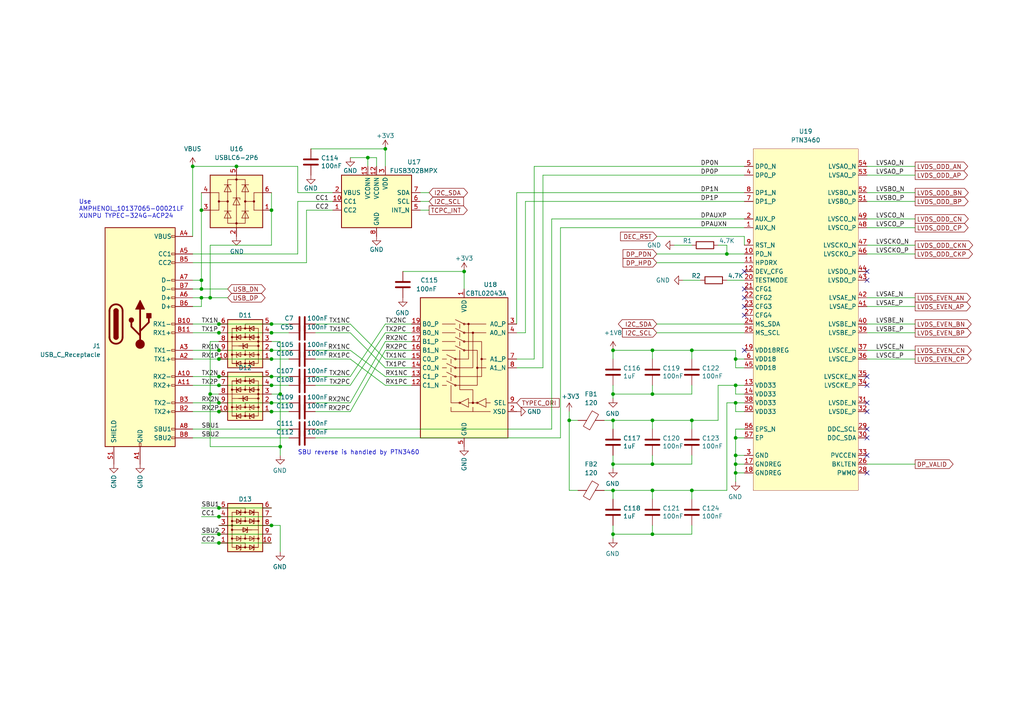
<source format=kicad_sch>
(kicad_sch (version 20231120) (generator "eeschema") (generator_version "8.0")
  (paper "A4")
  (title_block (title "Caster EPDC") (date "2022-07-03") (rev "R0.4") (company "Copyright 2022 Modos / Engineer: Wenting Zhang"))
  (lib_symbols
    (symbol "Analog_Switch:CBTL02043A"
      (property "Reference" "U" (at -12.7 21.59 0))
      (property "Value" "CBTL02043A" (at 6.35 21.59 0))
      (symbol "CBTL02043A_1_1"
        (pin power_in line (at 0 22.86 270) (length 2.54) (name "VDD") (number "1"))
        (pin passive line (at 0 22.86 270) (length 2.54) hide (name "VDD") (number "10"))
        (pin passive line (at 0 -22.86 90) (length 2.54) hide (name "GND") (number "11"))
        (pin passive line (at 15.24 -5.08 180) (length 2.54) (name "C1_N") (number "12"))
        (pin passive line (at 15.24 -2.54 180) (length 2.54) (name "C1_P") (number "13"))
        (pin passive line (at 15.24 0 180) (length 2.54) (name "C0_N") (number "14"))
        (pin passive line (at 15.24 2.54 180) (length 2.54) (name "C0_P") (number "15"))
        (pin passive line (at 15.24 5.08 180) (length 2.54) (name "B1_N") (number "16"))
        (pin passive line (at 15.24 7.62 180) (length 2.54) (name "B1_P") (number "17"))
        (pin passive line (at 15.24 10.16 180) (length 2.54) (name "B0_N") (number "18"))
        (pin passive line (at 15.24 12.7 180) (length 2.54) (name "B0_P") (number "19"))
        (pin input line (at -15.24 -12.7 0) (length 2.54) (name "XSD") (number "2"))
        (pin passive line (at 0 -22.86 90) (length 2.54) hide (name "GND") (number "20"))
        (pin passive line (at 0 -22.86 90) (length 2.54) hide (name "GND") (number "21"))
        (pin passive line (at -15.24 12.7 0) (length 2.54) (name "A0_P") (number "3"))
        (pin passive line (at -15.24 10.16 0) (length 2.54) (name "A0_N") (number "4"))
        (pin power_in line (at 0 -22.86 90) (length 2.54) (name "GND") (number "5"))
        (pin passive line (at 0 22.86 270) (length 2.54) hide (name "VDD") (number "6"))
        (pin passive line (at -15.24 2.54 0) (length 2.54) (name "A1_P") (number "7"))
        (pin passive line (at -15.24 0 0) (length 2.54) (name "A1_N") (number "8"))
        (pin input line (at -15.24 -10.16 0) (length 2.54) (name "SEL") (number "9"))
      )
    )
    (symbol "Connector:USB_C_Receptacle" (pin_names (offset 1.016))
      (property "Reference" "J" (at -10.16 29.21 0))
      (property "Value" "USB_C_Receptacle" (at 10.16 29.21 0))
      (symbol "USB_C_Receptacle_1_1"
        (pin passive line (at 0 -40.64 90) (length 5.08) (name "GND") (number "A1"))
        (pin bidirectional line (at 15.24 -15.24 180) (length 5.08) (name "RX2-") (number "A10"))
        (pin bidirectional line (at 15.24 -17.78 180) (length 5.08) (name "RX2+") (number "A11"))
        (pin passive line (at 0 -40.64 90) (length 5.08) hide (name "GND") (number "A12"))
        (pin bidirectional line (at 15.24 -10.16 180) (length 5.08) (name "TX1+") (number "A2"))
        (pin bidirectional line (at 15.24 -7.62 180) (length 5.08) (name "TX1-") (number "A3"))
        (pin passive line (at 15.24 25.4 180) (length 5.08) (name "VBUS") (number "A4"))
        (pin bidirectional line (at 15.24 20.32 180) (length 5.08) (name "CC1") (number "A5"))
        (pin bidirectional line (at 15.24 7.62 180) (length 5.08) (name "D+") (number "A6"))
        (pin bidirectional line (at 15.24 12.7 180) (length 5.08) (name "D-") (number "A7"))
        (pin bidirectional line (at 15.24 -30.48 180) (length 5.08) (name "SBU1") (number "A8"))
        (pin passive line (at 15.24 25.4 180) (length 5.08) hide (name "VBUS") (number "A9"))
        (pin passive line (at 0 -40.64 90) (length 5.08) hide (name "GND") (number "B1"))
        (pin bidirectional line (at 15.24 0 180) (length 5.08) (name "RX1-") (number "B10"))
        (pin bidirectional line (at 15.24 -2.54 180) (length 5.08) (name "RX1+") (number "B11"))
        (pin passive line (at 0 -40.64 90) (length 5.08) hide (name "GND") (number "B12"))
        (pin bidirectional line (at 15.24 -25.4 180) (length 5.08) (name "TX2+") (number "B2"))
        (pin bidirectional line (at 15.24 -22.86 180) (length 5.08) (name "TX2-") (number "B3"))
        (pin passive line (at 15.24 25.4 180) (length 5.08) hide (name "VBUS") (number "B4"))
        (pin bidirectional line (at 15.24 17.78 180) (length 5.08) (name "CC2") (number "B5"))
        (pin bidirectional line (at 15.24 5.08 180) (length 5.08) (name "D+") (number "B6"))
        (pin bidirectional line (at 15.24 10.16 180) (length 5.08) (name "D-") (number "B7"))
        (pin bidirectional line (at 15.24 -33.02 180) (length 5.08) (name "SBU2") (number "B8"))
        (pin passive line (at 15.24 25.4 180) (length 5.08) hide (name "VBUS") (number "B9"))
        (pin passive line (at -7.62 -40.64 90) (length 5.08) (name "SHIELD") (number "S1"))
      )
    )
    (symbol "Device:C" (pin_numbers hide) (pin_names (offset 0.254))
      (property "Reference" "C" (at 0.635 2.54 0))
      (property "Value" "C" (at 0.635 -2.54 0))
      (symbol "C_1_1"
        (pin passive line (at 0 3.81 270) (length 2.794) (name "~") (number "1"))
        (pin passive line (at 0 -3.81 90) (length 2.794) (name "~") (number "2"))
      )
    )
    (symbol "Device:FerriteBead" (pin_numbers hide) (pin_names (offset 0))
      (property "Reference" "FB" (at -3.81 0.635 90))
      (property "Value" "FerriteBead" (at 3.81 0 90))
      (symbol "FerriteBead_1_1"
        (pin passive line (at 0 3.81 270) (length 2.54) (name "~") (number "1"))
        (pin passive line (at 0 -3.81 90) (length 2.54) (name "~") (number "2"))
      )
    )
    (symbol "Device:R" (pin_numbers hide) (pin_names (offset 0))
      (property "Reference" "R" (at 2.032 0 90))
      (property "Value" "R" (at 0 0 90))
      (symbol "R_1_1"
        (pin passive line (at 0 3.81 270) (length 1.27) (name "~") (number "1"))
        (pin passive line (at 0 -3.81 90) (length 1.27) (name "~") (number "2"))
      )
    )
    (symbol "Interface_USB:FUSB302BMPX"
      (property "Reference" "U" (at -10.16 8.89 0))
      (property "Value" "FUSB302BMPX" (at 3.81 8.89 0))
      (symbol "FUSB302BMPX_1_1"
        (pin bidirectional line (at 12.7 -2.54 180) (length 2.54) (name "CC2") (number "1"))
        (pin bidirectional line (at 12.7 0 180) (length 2.54) (name "CC1") (number "10"))
        (pin bidirectional line (at 12.7 0 180) (length 2.54) hide (name "CC1") (number "11"))
        (pin power_in line (at 0 10.16 270) (length 2.54) (name "VCONN") (number "12"))
        (pin power_in line (at 2.54 10.16 270) (length 2.54) (name "VCONN") (number "13"))
        (pin bidirectional line (at 12.7 -2.54 180) (length 2.54) hide (name "CC2") (number "14"))
        (pin passive line (at 0 -10.16 90) (length 2.54) hide (name "GND") (number "15"))
        (pin input line (at 12.7 2.54 180) (length 2.54) (name "VBUS") (number "2"))
        (pin power_in line (at -2.54 10.16 270) (length 2.54) (name "VDD") (number "3"))
        (pin passive line (at -2.54 10.16 270) (length 2.54) hide (name "VDD") (number "4"))
        (pin open_collector line (at -12.7 -2.54 0) (length 2.54) (name "INT_N") (number "5"))
        (pin input line (at -12.7 0 0) (length 2.54) (name "SCL") (number "6"))
        (pin bidirectional line (at -12.7 2.54 0) (length 2.54) (name "SDA") (number "7"))
        (pin power_in line (at 0 -10.16 90) (length 2.54) (name "GND") (number "8"))
        (pin passive line (at 0 -10.16 90) (length 2.54) hide (name "GND") (number "9"))
      )
    )
    (symbol "Power_Protection:USBLC6-2P6" (pin_names hide)
      (property "Reference" "U" (at 2.54 8.89 0))
      (property "Value" "USBLC6-2P6" (at 2.54 -8.89 0))
      (symbol "USBLC6-2P6_1_1"
        (pin passive line (at -10.16 -2.54 0) (length 2.54) (name "I/O1") (number "1"))
        (pin passive line (at 0 -10.16 90) (length 2.54) (name "GND") (number "2"))
        (pin passive line (at 10.16 -2.54 180) (length 2.54) (name "I/O2") (number "3"))
        (pin passive line (at 10.16 2.54 180) (length 2.54) (name "I/O2") (number "4"))
        (pin passive line (at 0 10.16 270) (length 2.54) (name "VBUS") (number "5"))
        (pin passive line (at -10.16 2.54 0) (length 2.54) (name "I/O1") (number "6"))
      )
    )
    (symbol "power:+1V8" (power) (pin_names (offset 0))
      (property "Value" "+1V8" (at 0 3.556 0))
      (symbol "+1V8_1_1"
        (pin power_in line (at 0 0 90) (length 0) hide (name "+1V8") (number "1"))
      )
    )
    (symbol "power:+3V3" (power) (pin_names (offset 0))
      (property "Value" "+3V3" (at 0 3.556 0))
      (symbol "+3V3_1_1"
        (pin power_in line (at 0 0 90) (length 0) hide (name "+3V3") (number "1"))
      )
    )
    (symbol "power:GND" (power) (pin_names (offset 0))
      (property "Value" "GND" (at 0 -3.81 0))
      (symbol "GND_1_1"
        (pin power_in line (at 0 0 270) (length 0) hide (name "GND") (number "1"))
      )
    )
    (symbol "power:VBUS" (power) (pin_names (offset 0))
      (property "Value" "VBUS" (at 0 3.81 0))
      (symbol "VBUS_1_1"
        (pin power_in line (at 0 0 90) (length 0) hide (name "VBUS") (number "1"))
      )
    )
    (symbol "symbols:PTN3460"
      (property "Reference" "U" (at 0 0 0))
      (property "Value" "PTN3460" (at 0 -2.54 0))
      (symbol "PTN3460_1_1"
        (pin bidirectional line (at -17.78 -27.94 0) (length 2.54) (name "AUX_N") (number "1"))
        (pin input line (at -17.78 -35.56 0) (length 2.54) (name "PD_N") (number "10"))
        (pin input line (at -17.78 -38.1 0) (length 2.54) (name "HPDRX") (number "11"))
        (pin input line (at -17.78 -40.64 0) (length 2.54) (name "DEV_CFG") (number "12"))
        (pin power_in line (at -17.78 -73.66 0) (length 2.54) (name "VDD33") (number "13"))
        (pin power_in line (at -17.78 -76.2 0) (length 2.54) (name "VDD33") (number "14"))
        (pin input line (at 0 -93.98 0) (length 2.54) hide (name "NC") (number "15"))
        (pin input line (at 0 -96.52 0) (length 2.54) hide (name "NC") (number "16"))
        (pin power_in line (at -17.78 -96.52 0) (length 2.54) (name "GNDREG") (number "17"))
        (pin power_in line (at -17.78 -99.06 0) (length 2.54) (name "GNDREG") (number "18"))
        (pin power_out line (at -17.78 -63.5 0) (length 2.54) (name "VDD18REG") (number "19"))
        (pin bidirectional line (at -17.78 -25.4 0) (length 2.54) (name "AUX_P") (number "2"))
        (pin input line (at -17.78 -43.18 0) (length 2.54) (name "TESTMODE") (number "20"))
        (pin input line (at -17.78 -45.72 0) (length 2.54) (name "CFG1") (number "21"))
        (pin input line (at -17.78 -48.26 0) (length 2.54) (name "CFG2") (number "22"))
        (pin input line (at -17.78 -50.8 0) (length 2.54) (name "CFG3") (number "23"))
        (pin input line (at -17.78 -55.88 0) (length 2.54) (name "MS_SDA") (number "24"))
        (pin input line (at -17.78 -58.42 0) (length 2.54) (name "MS_SCL") (number "25"))
        (pin output line (at 17.78 -96.52 180) (length 2.54) (name "BKLTEN") (number "26"))
        (pin input line (at -17.78 -53.34 0) (length 2.54) (name "CFG4") (number "27"))
        (pin output line (at 17.78 -99.06 180) (length 2.54) (name "PWMO") (number "28"))
        (pin open_collector line (at 17.78 -86.36 180) (length 2.54) (name "DDC_SCL") (number "29"))
        (pin power_in line (at -17.78 -93.98 0) (length 2.54) (name "GND") (number "3"))
        (pin open_collector line (at 17.78 -88.9 180) (length 2.54) (name "DDC_SDA") (number "30"))
        (pin output line (at 17.78 -78.74 180) (length 2.54) (name "LVSDE_N") (number "31"))
        (pin output line (at 17.78 -81.28 180) (length 2.54) (name "LVSDE_P") (number "32"))
        (pin output line (at 17.78 -93.98 180) (length 2.54) (name "PVCCEN") (number "33"))
        (pin output line (at 17.78 -73.66 180) (length 2.54) (name "LVSCKE_P") (number "34"))
        (pin output line (at 17.78 -71.12 180) (length 2.54) (name "LVSCKE_N") (number "35"))
        (pin output line (at 17.78 -66.04 180) (length 2.54) (name "LVSCE_P") (number "36"))
        (pin output line (at 17.78 -63.5 180) (length 2.54) (name "LVSCE_N") (number "37"))
        (pin power_in line (at -17.78 -78.74 0) (length 2.54) (name "VDD33") (number "38"))
        (pin output line (at 17.78 -58.42 180) (length 2.54) (name "LVSBE_P") (number "39"))
        (pin input line (at -17.78 -12.7 0) (length 2.54) (name "DP0_P") (number "4"))
        (pin output line (at 17.78 -55.88 180) (length 2.54) (name "LVSBE_N") (number "40"))
        (pin output line (at 17.78 -50.8 180) (length 2.54) (name "LVSAE_P") (number "41"))
        (pin output line (at 17.78 -48.26 180) (length 2.54) (name "LVSAE_N") (number "42"))
        (pin output line (at 17.78 -43.18 180) (length 2.54) (name "LVSDO_P") (number "43"))
        (pin output line (at 17.78 -40.64 180) (length 2.54) (name "LVSDO_N") (number "44"))
        (pin power_in line (at -17.78 -68.58 0) (length 2.54) (name "VDD18") (number "45"))
        (pin output line (at 17.78 -35.56 180) (length 2.54) (name "LVSCKO_P") (number "46"))
        (pin output line (at 17.78 -33.02 180) (length 2.54) (name "LVSCKO_N") (number "47"))
        (pin output line (at 17.78 -27.94 180) (length 2.54) (name "LVSCO_P") (number "48"))
        (pin output line (at 17.78 -25.4 180) (length 2.54) (name "LVSCO_N") (number "49"))
        (pin input line (at -17.78 -10.16 0) (length 2.54) (name "DP0_N") (number "5"))
        (pin power_in line (at -17.78 -81.28 0) (length 2.54) (name "VDD33") (number "50"))
        (pin output line (at 17.78 -20.32 180) (length 2.54) (name "LVSBO_P") (number "51"))
        (pin output line (at 17.78 -17.78 180) (length 2.54) (name "LVSBO_N") (number "52"))
        (pin output line (at 17.78 -12.7 180) (length 2.54) (name "LVSAO_P") (number "53"))
        (pin output line (at 17.78 -10.16 180) (length 2.54) (name "LVSAO_N") (number "54"))
        (pin input line (at 0 -99.06 0) (length 2.54) hide (name "NC") (number "55"))
        (pin input line (at -17.78 -86.36 0) (length 2.54) (name "EPS_N") (number "56"))
        (pin input line (at -17.78 -88.9 0) (length 2.54) (name "EP") (number "57"))
        (pin power_in line (at -17.78 -66.04 0) (length 2.54) (name "VDD18") (number "6"))
        (pin input line (at -17.78 -20.32 0) (length 2.54) (name "DP1_P") (number "7"))
        (pin input line (at -17.78 -17.78 0) (length 2.54) (name "DP1_N") (number "8"))
        (pin input line (at -17.78 -33.02 0) (length 2.54) (name "RST_N") (number "9"))
      )
    )
    (symbol "symbols:RCLAMP0524P" (pin_names hide)
      (property "Reference" "D" (at 7.62 1.27 0))
      (property "Value" "RCLAMP0524P" (at 7.62 -0.635 0))
      (symbol "RCLAMP0524P_0_0"
        (pin passive line (at 0 -7.62 90) (length 2.54) (name "GND") (number "3"))
      )
      (symbol "RCLAMP0524P_1_1"
        (pin passive line (at -5.08 -7.62 90) (length 2.54) (name "IO1") (number "1"))
        (pin passive line (at -5.08 7.62 270) (length 2.54) (name "NC4") (number "10"))
        (pin passive line (at -2.54 -7.62 90) (length 2.54) (name "IO2") (number "2"))
        (pin passive line (at 2.54 -7.62 90) (length 2.54) (name "IO3") (number "4"))
        (pin passive line (at 5.08 -7.62 90) (length 2.54) (name "IO4") (number "5"))
        (pin passive line (at 5.08 7.62 270) (length 2.54) (name "NC1") (number "6"))
        (pin passive line (at 2.54 7.62 270) (length 2.54) (name "NC2") (number "7"))
        (pin passive line (at 0 7.62 270) (length 2.54) (name "GND") (number "8"))
        (pin passive line (at -2.54 7.62 270) (length 2.54) (name "NC3") (number "9"))
      )
    )
  )
  (junction (at 177.8 142.24) (diameter 0.9144))
  (junction (at 213.36 127))
  (junction (at 63.5 147.32))
  (junction (at 189.23 101.6) (diameter 0.9144))
  (junction (at 177.8 101.6))
  (junction (at 78.74 109.22))
  (junction (at 78.74 96.52))
  (junction (at 60.96 86.36))
  (junction (at 58.42 81.28))
  (junction (at 63.5 93.98))
  (junction (at 81.28 129.54))
  (junction (at 177.8 134.62) (diameter 0.9144))
  (junction (at 189.23 154.94) (diameter 0.9144))
  (junction (at 78.74 152.4))
  (junction (at 63.5 101.6))
  (junction (at 78.74 111.76))
  (junction (at 213.36 134.62) (diameter 0.9144))
  (junction (at 78.74 104.14))
  (junction (at 78.74 119.38))
  (junction (at 63.5 111.76))
  (junction (at 78.74 101.6))
  (junction (at 63.5 157.48))
  (junction (at 213.36 116.84) (diameter 0.9144))
  (junction (at 58.42 60.96))
  (junction (at 78.74 116.84))
  (junction (at 111.76 43.18))
  (junction (at 63.5 109.22))
  (junction (at 213.36 104.14) (diameter 0.9144))
  (junction (at 68.58 48.26))
  (junction (at 106.68 45.72))
  (junction (at 189.23 142.24) (diameter 0.9144))
  (junction (at 177.8 121.92) (diameter 0.9144))
  (junction (at 78.74 93.98))
  (junction (at 63.5 96.52))
  (junction (at 63.5 116.84))
  (junction (at 189.23 134.62) (diameter 0.9144))
  (junction (at 81.28 114.3))
  (junction (at 213.36 132.08) (diameter 0.9144))
  (junction (at 60.96 114.3))
  (junction (at 63.5 104.14))
  (junction (at 134.62 78.74))
  (junction (at 213.36 137.16) (diameter 0.9144))
  (junction (at 177.8 154.94) (diameter 0.9144))
  (junction (at 63.5 154.94))
  (junction (at 58.42 86.36))
  (junction (at 189.23 114.3) (diameter 0.9144))
  (junction (at 165.1 121.92) (diameter 0.9144))
  (junction (at 200.66 142.24) (diameter 0.9144))
  (junction (at 210.82 73.66))
  (junction (at 78.74 60.96))
  (junction (at 177.8 114.3) (diameter 0.9144))
  (junction (at 63.5 119.38))
  (junction (at 55.88 48.26))
  (junction (at 200.66 121.92) (diameter 0.9144))
  (junction (at 58.42 83.82))
  (junction (at 189.23 121.92) (diameter 0.9144))
  (junction (at 200.66 101.6) (diameter 0.9144))
  (junction (at 63.5 149.86))
  (junction (at 213.36 111.76) (diameter 0.9144))
  (no_connect (at 251.46 78.74))
  (no_connect (at 215.9 91.44))
  (no_connect (at 215.9 101.6))
  (no_connect (at 251.46 111.76))
  (no_connect (at 251.46 124.46))
  (no_connect (at 215.9 88.9))
  (no_connect (at 251.46 127))
  (no_connect (at 251.46 81.28))
  (no_connect (at 215.9 86.36))
  (no_connect (at 215.9 78.74))
  (no_connect (at 251.46 119.38))
  (no_connect (at 251.46 132.08))
  (no_connect (at 215.9 83.82))
  (no_connect (at 251.46 109.22))
  (no_connect (at 251.46 116.84))
  (no_connect (at 251.46 137.16))
  (wire (pts (xy 91.44 119.38) (xy 101.6 119.38)))
  (wire (pts (xy 213.36 124.46) (xy 213.36 127)))
  (wire (pts (xy 63.5 147.32) (xy 78.74 147.32)))
  (wire (pts (xy 198.12 81.28) (xy 203.2 81.28)))
  (wire (pts (xy 78.74 60.96) (xy 78.74 55.88)))
  (wire (pts (xy 251.46 73.66) (xy 265.43 73.66)))
  (wire (pts (xy 78.74 71.12) (xy 60.96 71.12)))
  (wire (pts (xy 101.6 96.52) (xy 111.76 106.68)))
  (wire (pts (xy 111.76 111.76) (xy 119.38 111.76)))
  (wire (pts (xy 165.1 119.38) (xy 165.1 121.92)))
  (wire (pts (xy 251.46 101.6) (xy 265.43 101.6)))
  (wire (pts (xy 149.86 55.88) (xy 149.86 93.98)))
  (wire (pts (xy 177.8 142.24) (xy 177.8 144.78)))
  (wire (pts (xy 149.86 55.88) (xy 215.9 55.88)))
  (wire (pts (xy 55.88 86.36) (xy 58.42 86.36)))
  (wire (pts (xy 157.48 50.8) (xy 215.9 50.8)))
  (wire (pts (xy 91.44 111.76) (xy 101.6 111.76)))
  (wire (pts (xy 177.8 154.94) (xy 177.8 156.21)))
  (wire (pts (xy 215.9 68.58) (xy 215.9 71.12)))
  (wire (pts (xy 165.1 121.92) (xy 167.64 121.92)))
  (wire (pts (xy 78.74 152.4) (xy 81.28 152.4)))
  (wire (pts (xy 215.9 114.3) (xy 213.36 114.3)))
  (wire (pts (xy 154.94 48.26) (xy 215.9 48.26)))
  (wire (pts (xy 63.5 116.84) (xy 78.74 116.84)))
  (wire (pts (xy 189.23 154.94) (xy 200.66 154.94)))
  (wire (pts (xy 165.1 142.24) (xy 167.64 142.24)))
  (wire (pts (xy 60.96 114.3) (xy 60.96 129.54)))
  (wire (pts (xy 101.6 101.6) (xy 111.76 109.22)))
  (wire (pts (xy 213.36 119.38) (xy 213.36 116.84)))
  (wire (pts (xy 213.36 111.76) (xy 215.9 111.76)))
  (wire (pts (xy 121.92 55.88) (xy 124.46 55.88)))
  (wire (pts (xy 91.44 96.52) (xy 101.6 96.52)))
  (wire (pts (xy 91.44 93.98) (xy 101.6 93.98)))
  (wire (pts (xy 189.23 142.24) (xy 177.8 142.24)))
  (wire (pts (xy 58.42 86.36) (xy 60.96 86.36)))
  (wire (pts (xy 213.36 137.16) (xy 215.9 137.16)))
  (wire (pts (xy 55.88 124.46) (xy 83.82 124.46)))
  (wire (pts (xy 251.46 58.42) (xy 265.43 58.42)))
  (wire (pts (xy 213.36 104.14) (xy 215.9 104.14)))
  (wire (pts (xy 111.76 96.52) (xy 119.38 96.52)))
  (wire (pts (xy 78.74 116.84) (xy 83.82 116.84)))
  (wire (pts (xy 88.9 60.96) (xy 96.52 60.96)))
  (wire (pts (xy 160.02 63.5) (xy 215.9 63.5)))
  (wire (pts (xy 149.86 96.52) (xy 152.4 96.52)))
  (wire (pts (xy 81.28 114.3) (xy 81.28 129.54)))
  (wire (pts (xy 200.66 132.08) (xy 200.66 134.62)))
  (wire (pts (xy 55.88 73.66) (xy 86.36 73.66)))
  (wire (pts (xy 55.88 119.38) (xy 63.5 119.38)))
  (wire (pts (xy 58.42 60.96) (xy 58.42 55.88)))
  (wire (pts (xy 210.82 81.28) (xy 215.9 81.28)))
  (wire (pts (xy 189.23 114.3) (xy 177.8 114.3)))
  (wire (pts (xy 55.88 83.82) (xy 58.42 83.82)))
  (wire (pts (xy 55.88 116.84) (xy 63.5 116.84)))
  (wire (pts (xy 55.88 111.76) (xy 63.5 111.76)))
  (wire (pts (xy 189.23 101.6) (xy 189.23 104.14)))
  (wire (pts (xy 78.74 119.38) (xy 83.82 119.38)))
  (wire (pts (xy 111.76 93.98) (xy 119.38 93.98)))
  (wire (pts (xy 91.44 124.46) (xy 160.02 124.46)))
  (wire (pts (xy 190.5 68.58) (xy 215.9 68.58)))
  (wire (pts (xy 55.88 93.98) (xy 63.5 93.98)))
  (wire (pts (xy 63.5 104.14) (xy 78.74 104.14)))
  (wire (pts (xy 251.46 96.52) (xy 265.43 96.52)))
  (wire (pts (xy 60.96 129.54) (xy 81.28 129.54)))
  (wire (pts (xy 210.82 116.84) (xy 213.36 116.84)))
  (wire (pts (xy 177.8 152.4) (xy 177.8 154.94)))
  (wire (pts (xy 58.42 83.82) (xy 58.42 81.28)))
  (wire (pts (xy 78.74 104.14) (xy 83.82 104.14)))
  (wire (pts (xy 213.36 132.08) (xy 215.9 132.08)))
  (wire (pts (xy 63.5 157.48) (xy 78.74 157.48)))
  (wire (pts (xy 200.66 142.24) (xy 189.23 142.24)))
  (wire (pts (xy 63.5 152.4) (xy 78.74 152.4)))
  (wire (pts (xy 91.44 104.14) (xy 101.6 104.14)))
  (wire (pts (xy 60.96 86.36) (xy 66.04 86.36)))
  (wire (pts (xy 58.42 154.94) (xy 63.5 154.94)))
  (wire (pts (xy 251.46 63.5) (xy 265.43 63.5)))
  (wire (pts (xy 55.88 127) (xy 83.82 127)))
  (wire (pts (xy 200.66 101.6) (xy 189.23 101.6)))
  (wire (pts (xy 213.36 116.84) (xy 215.9 116.84)))
  (wire (pts (xy 162.56 66.04) (xy 215.9 66.04)))
  (wire (pts (xy 251.46 71.12) (xy 265.43 71.12)))
  (wire (pts (xy 111.76 104.14) (xy 119.38 104.14)))
  (wire (pts (xy 63.5 119.38) (xy 78.74 119.38)))
  (wire (pts (xy 162.56 66.04) (xy 162.56 127)))
  (wire (pts (xy 208.28 71.12) (xy 210.82 71.12)))
  (wire (pts (xy 55.88 109.22) (xy 63.5 109.22)))
  (wire (pts (xy 189.23 154.94) (xy 177.8 154.94)))
  (wire (pts (xy 152.4 58.42) (xy 152.4 96.52)))
  (wire (pts (xy 101.6 109.22) (xy 111.76 93.98)))
  (wire (pts (xy 189.23 152.4) (xy 189.23 154.94)))
  (wire (pts (xy 213.36 134.62) (xy 213.36 137.16)))
  (wire (pts (xy 177.8 111.76) (xy 177.8 114.3)))
  (wire (pts (xy 78.74 114.3) (xy 81.28 114.3)))
  (wire (pts (xy 121.92 60.96) (xy 124.46 60.96)))
  (wire (pts (xy 190.5 93.98) (xy 215.9 93.98)))
  (wire (pts (xy 190.5 76.2) (xy 215.9 76.2)))
  (wire (pts (xy 58.42 88.9) (xy 58.42 86.36)))
  (wire (pts (xy 213.36 137.16) (xy 213.36 139.7)))
  (wire (pts (xy 149.86 106.68) (xy 157.48 106.68)))
  (wire (pts (xy 200.66 111.76) (xy 200.66 114.3)))
  (wire (pts (xy 78.74 93.98) (xy 83.82 93.98)))
  (wire (pts (xy 160.02 63.5) (xy 160.02 124.46)))
  (wire (pts (xy 116.84 78.74) (xy 134.62 78.74)))
  (wire (pts (xy 63.5 154.94) (xy 78.74 154.94)))
  (wire (pts (xy 213.36 127) (xy 213.36 132.08)))
  (wire (pts (xy 208.28 111.76) (xy 213.36 111.76)))
  (wire (pts (xy 210.82 71.12) (xy 210.82 73.66)))
  (wire (pts (xy 58.42 81.28) (xy 58.42 60.96)))
  (wire (pts (xy 55.88 76.2) (xy 88.9 76.2)))
  (wire (pts (xy 200.66 101.6) (xy 213.36 101.6)))
  (wire (pts (xy 200.66 152.4) (xy 200.66 154.94)))
  (wire (pts (xy 101.6 119.38) (xy 111.76 101.6)))
  (wire (pts (xy 109.22 45.72) (xy 109.22 48.26)))
  (wire (pts (xy 189.23 142.24) (xy 189.23 144.78)))
  (wire (pts (xy 63.5 101.6) (xy 78.74 101.6)))
  (wire (pts (xy 121.92 58.42) (xy 124.46 58.42)))
  (wire (pts (xy 90.17 43.18) (xy 111.76 43.18)))
  (wire (pts (xy 63.5 93.98) (xy 78.74 93.98)))
  (wire (pts (xy 189.23 114.3) (xy 200.66 114.3)))
  (wire (pts (xy 200.66 142.24) (xy 200.66 144.78)))
  (wire (pts (xy 177.8 132.08) (xy 177.8 134.62)))
  (wire (pts (xy 195.58 71.12) (xy 200.66 71.12)))
  (wire (pts (xy 251.46 66.04) (xy 265.43 66.04)))
  (wire (pts (xy 213.36 132.08) (xy 213.36 134.62)))
  (wire (pts (xy 55.88 88.9) (xy 58.42 88.9)))
  (wire (pts (xy 251.46 134.62) (xy 265.43 134.62)))
  (wire (pts (xy 175.26 142.24) (xy 177.8 142.24)))
  (wire (pts (xy 86.36 55.88) (xy 86.36 48.26)))
  (wire (pts (xy 78.74 60.96) (xy 78.74 71.12)))
  (wire (pts (xy 58.42 157.48) (xy 63.5 157.48)))
  (wire (pts (xy 251.46 50.8) (xy 265.43 50.8)))
  (wire (pts (xy 55.88 104.14) (xy 63.5 104.14)))
  (wire (pts (xy 189.23 121.92) (xy 177.8 121.92)))
  (wire (pts (xy 200.66 121.92) (xy 208.28 121.92)))
  (wire (pts (xy 154.94 48.26) (xy 154.94 104.14)))
  (wire (pts (xy 106.68 48.26) (xy 106.68 45.72)))
  (wire (pts (xy 189.23 134.62) (xy 177.8 134.62)))
  (wire (pts (xy 63.5 114.3) (xy 60.96 114.3)))
  (wire (pts (xy 165.1 121.92) (xy 165.1 142.24)))
  (wire (pts (xy 189.23 121.92) (xy 189.23 124.46)))
  (wire (pts (xy 189.23 111.76) (xy 189.23 114.3)))
  (wire (pts (xy 78.74 96.52) (xy 83.82 96.52)))
  (wire (pts (xy 213.36 106.68) (xy 213.36 104.14)))
  (wire (pts (xy 177.8 114.3) (xy 177.8 115.57)))
  (wire (pts (xy 101.6 116.84) (xy 111.76 99.06)))
  (wire (pts (xy 88.9 60.96) (xy 88.9 76.2)))
  (wire (pts (xy 55.88 48.26) (xy 55.88 68.58)))
  (wire (pts (xy 106.68 45.72) (xy 109.22 45.72)))
  (wire (pts (xy 208.28 111.76) (xy 208.28 121.92)))
  (wire (pts (xy 200.66 121.92) (xy 189.23 121.92)))
  (wire (pts (xy 63.5 111.76) (xy 78.74 111.76)))
  (wire (pts (xy 251.46 55.88) (xy 265.43 55.88)))
  (wire (pts (xy 134.62 78.74) (xy 134.62 83.82)))
  (wire (pts (xy 215.9 124.46) (xy 213.36 124.46)))
  (wire (pts (xy 177.8 101.6) (xy 177.8 104.14)))
  (wire (pts (xy 213.36 134.62) (xy 215.9 134.62)))
  (wire (pts (xy 251.46 86.36) (xy 265.43 86.36)))
  (wire (pts (xy 190.5 96.52) (xy 215.9 96.52)))
  (wire (pts (xy 86.36 58.42) (xy 86.36 73.66)))
  (wire (pts (xy 101.6 93.98) (xy 111.76 104.14)))
  (wire (pts (xy 81.28 129.54) (xy 81.28 132.08)))
  (wire (pts (xy 86.36 58.42) (xy 96.52 58.42)))
  (wire (pts (xy 251.46 48.26) (xy 265.43 48.26)))
  (wire (pts (xy 101.6 111.76) (xy 111.76 96.52)))
  (wire (pts (xy 157.48 50.8) (xy 157.48 106.68)))
  (wire (pts (xy 101.6 45.72) (xy 106.68 45.72)))
  (wire (pts (xy 111.76 99.06) (xy 119.38 99.06)))
  (wire (pts (xy 200.66 121.92) (xy 200.66 124.46)))
  (wire (pts (xy 55.88 48.26) (xy 68.58 48.26)))
  (wire (pts (xy 91.44 127) (xy 162.56 127)))
  (wire (pts (xy 78.74 111.76) (xy 83.82 111.76)))
  (wire (pts (xy 101.6 104.14) (xy 111.76 111.76)))
  (wire (pts (xy 251.46 88.9) (xy 265.43 88.9)))
  (wire (pts (xy 55.88 101.6) (xy 63.5 101.6)))
  (wire (pts (xy 63.5 96.52) (xy 78.74 96.52)))
  (wire (pts (xy 58.42 149.86) (xy 63.5 149.86)))
  (wire (pts (xy 86.36 48.26) (xy 68.58 48.26)))
  (wire (pts (xy 63.5 149.86) (xy 78.74 149.86)))
  (wire (pts (xy 111.76 106.68) (xy 119.38 106.68)))
  (wire (pts (xy 91.44 116.84) (xy 101.6 116.84)))
  (wire (pts (xy 200.66 101.6) (xy 200.66 104.14)))
  (wire (pts (xy 215.9 127) (xy 213.36 127)))
  (wire (pts (xy 149.86 104.14) (xy 154.94 104.14)))
  (wire (pts (xy 55.88 81.28) (xy 58.42 81.28)))
  (wire (pts (xy 91.44 109.22) (xy 101.6 109.22)))
  (wire (pts (xy 81.28 99.06) (xy 81.28 114.3)))
  (wire (pts (xy 78.74 99.06) (xy 81.28 99.06)))
  (wire (pts (xy 63.5 109.22) (xy 78.74 109.22)))
  (wire (pts (xy 60.96 71.12) (xy 60.96 86.36)))
  (wire (pts (xy 152.4 58.42) (xy 215.9 58.42)))
  (wire (pts (xy 213.36 104.14) (xy 213.36 101.6)))
  (wire (pts (xy 60.96 99.06) (xy 60.96 114.3)))
  (wire (pts (xy 189.23 101.6) (xy 177.8 101.6)))
  (wire (pts (xy 177.8 121.92) (xy 177.8 124.46)))
  (wire (pts (xy 96.52 55.88) (xy 86.36 55.88)))
  (wire (pts (xy 91.44 101.6) (xy 101.6 101.6)))
  (wire (pts (xy 215.9 106.68) (xy 213.36 106.68)))
  (wire (pts (xy 190.5 73.66) (xy 210.82 73.66)))
  (wire (pts (xy 189.23 134.62) (xy 200.66 134.62)))
  (wire (pts (xy 111.76 43.18) (xy 111.76 48.26)))
  (wire (pts (xy 251.46 104.14) (xy 265.43 104.14)))
  (wire (pts (xy 189.23 132.08) (xy 189.23 134.62)))
  (wire (pts (xy 213.36 114.3) (xy 213.36 111.76)))
  (wire (pts (xy 210.82 142.24) (xy 210.82 116.84)))
  (wire (pts (xy 210.82 73.66) (xy 215.9 73.66)))
  (wire (pts (xy 55.88 96.52) (xy 63.5 96.52)))
  (wire (pts (xy 175.26 121.92) (xy 177.8 121.92)))
  (wire (pts (xy 111.76 109.22) (xy 119.38 109.22)))
  (wire (pts (xy 58.42 83.82) (xy 66.04 83.82)))
  (wire (pts (xy 251.46 93.98) (xy 265.43 93.98)))
  (wire (pts (xy 63.5 99.06) (xy 60.96 99.06)))
  (wire (pts (xy 111.76 101.6) (xy 119.38 101.6)))
  (wire (pts (xy 213.36 119.38) (xy 215.9 119.38)))
  (wire (pts (xy 58.42 147.32) (xy 63.5 147.32)))
  (wire (pts (xy 200.66 142.24) (xy 210.82 142.24)))
  (wire (pts (xy 81.28 152.4) (xy 81.28 160.02)))
  (wire (pts (xy 78.74 101.6) (xy 83.82 101.6)))
  (wire (pts (xy 78.74 109.22) (xy 83.82 109.22)))
  (wire (pts (xy 177.8 134.62) (xy 177.8 135.89)))
  (text "Use\nAMPHENOL_10137065-00021LF\nXUNPU TYPEC-324G-ACP24" (at 22.86 63.5 0) (effects (font (size 1.27 1.27)) (justify left bottom)))
  (text "SBU reverse is handled by PTN3460" (at 86.36 132.08 0) (effects (font (size 1.27 1.27)) (justify left bottom)))
  (label "DPAUXN" (at 203.2 66.04 0))
  (label "SBU1" (at 58.42 147.32 0))
  (label "LVSBO_N" (at 254 55.88 0))
  (label "RX2N" (at 58.42 116.84 0))
  (label "LVSCKO_P" (at 254 73.66 0))
  (label "TX2P" (at 58.42 111.76 0))
  (label "RX1PC" (at 101.6 104.14 180))
  (label "LVSAE_N" (at 254 86.36 0))
  (label "LVSCE_P" (at 254 104.14 0))
  (label "SBU1" (at 58.42 124.46 0))
  (label "LVSCO_P" (at 254 66.04 0))
  (label "RX1PC" (at 111.76 111.76 0))
  (label "TX1PC" (at 101.6 96.52 180))
  (label "TX1N" (at 58.42 93.98 0))
  (label "LVSBO_P" (at 254 58.42 0))
  (label "DP0N" (at 203.2 48.26 0))
  (label "DP0P" (at 203.2 50.8 0))
  (label "RX1P" (at 58.42 104.14 0))
  (label "TX2NC" (at 111.76 93.98 0))
  (label "TX1NC" (at 101.6 93.98 180))
  (label "RX2P" (at 58.42 119.38 0))
  (label "TX1NC" (at 111.76 104.14 0))
  (label "RX2NC" (at 101.6 116.84 180))
  (label "RX2NC" (at 111.76 99.06 0))
  (label "TX2N" (at 58.42 109.22 0))
  (label "SBU2" (at 58.42 154.94 0))
  (label "CC1" (at 91.44 58.42 0))
  (label "TX2PC" (at 101.6 111.76 180))
  (label "TX1P" (at 58.42 96.52 0))
  (label "TX2NC" (at 101.6 109.22 180))
  (label "LVSAO_P" (at 254 50.8 0))
  (label "RX1NC" (at 101.6 101.6 180))
  (label "RX2PC" (at 101.6 119.38 180))
  (label "LVSAO_N" (at 254 48.26 0))
  (label "TX2PC" (at 111.76 96.52 0))
  (label "DP1N" (at 203.2 55.88 0))
  (label "LVSBE_P" (at 254 96.52 0))
  (label "CC2" (at 91.44 60.96 0))
  (label "CC2" (at 58.42 157.48 0))
  (label "CC1" (at 58.42 149.86 0))
  (label "DPAUXP" (at 203.2 63.5 0))
  (label "RX1N" (at 58.42 101.6 0))
  (label "DP1P" (at 203.2 58.42 0))
  (label "LVSCO_N" (at 254 63.5 0))
  (label "LVSCKO_N" (at 254 71.12 0))
  (label "LVSCE_N" (at 254 101.6 0))
  (label "RX2PC" (at 111.76 101.6 0))
  (label "LVSBE_N" (at 254 93.98 0))
  (label "SBU2" (at 58.42 127 0))
  (label "RX1NC" (at 111.76 109.22 0))
  (label "TX1PC" (at 111.76 106.68 0))
  (label "LVSAE_P" (at 254 88.9 0))
  (global_label "TYPEC_ORI" (shape input) (at 149.86 116.84 0) (property "Intersheetrefs" "${INTERSHEET_REFS}" (effects (hide yes))))
  (global_label "LVDS_ODD_BP" (shape output) (at 265.43 58.42 0) (property "Intersheetrefs" "${INTERSHEET_REFS}" (effects (hide yes))))
  (global_label "LVDS_ODD_AP" (shape output) (at 265.43 50.8 0) (property "Intersheetrefs" "${INTERSHEET_REFS}" (effects (hide yes))))
  (global_label "LVDS_ODD_CKP" (shape output) (at 265.43 73.66 0) (property "Intersheetrefs" "${INTERSHEET_REFS}" (effects (hide yes))))
  (global_label "TCPC_INT" (shape output) (at 124.46 60.96 0) (property "Intersheetrefs" "${INTERSHEET_REFS}" (effects (hide yes))))
  (global_label "DP_PDN" (shape input) (at 190.5 73.66 180) (property "Intersheetrefs" "${INTERSHEET_REFS}" (effects (hide yes))))
  (global_label "LVDS_ODD_CP" (shape output) (at 265.43 66.04 0) (property "Intersheetrefs" "${INTERSHEET_REFS}" (effects (hide yes))))
  (global_label "LVDS_ODD_CKN" (shape output) (at 265.43 71.12 0) (property "Intersheetrefs" "${INTERSHEET_REFS}" (effects (hide yes))))
  (global_label "I2C_SCL" (shape input) (at 124.46 58.42 0) (property "Intersheetrefs" "${INTERSHEET_REFS}" (effects (hide yes))))
  (global_label "LVDS_ODD_AN" (shape output) (at 265.43 48.26 0) (property "Intersheetrefs" "${INTERSHEET_REFS}" (effects (hide yes))))
  (global_label "LVDS_ODD_CN" (shape output) (at 265.43 63.5 0) (property "Intersheetrefs" "${INTERSHEET_REFS}" (effects (hide yes))))
  (global_label "I2C_SDA" (shape bidirectional) (at 190.5 93.98 180) (property "Intersheetrefs" "${INTERSHEET_REFS}" (effects (hide yes))))
  (global_label "LVDS_EVEN_CP" (shape output) (at 265.43 104.14 0) (property "Intersheetrefs" "${INTERSHEET_REFS}" (effects (hide yes))))
  (global_label "USB_DP" (shape bidirectional) (at 66.04 86.36 0) (property "Intersheetrefs" "${INTERSHEET_REFS}" (effects (hide yes))))
  (global_label "LVDS_EVEN_BP" (shape output) (at 265.43 96.52 0) (property "Intersheetrefs" "${INTERSHEET_REFS}" (effects (hide yes))))
  (global_label "LVDS_ODD_BN" (shape output) (at 265.43 55.88 0) (property "Intersheetrefs" "${INTERSHEET_REFS}" (effects (hide yes))))
  (global_label "LVDS_EVEN_AP" (shape output) (at 265.43 88.9 0) (property "Intersheetrefs" "${INTERSHEET_REFS}" (effects (hide yes))))
  (global_label "LVDS_EVEN_BN" (shape output) (at 265.43 93.98 0) (property "Intersheetrefs" "${INTERSHEET_REFS}" (effects (hide yes))))
  (global_label "I2C_SDA" (shape bidirectional) (at 124.46 55.88 0) (property "Intersheetrefs" "${INTERSHEET_REFS}" (effects (hide yes))))
  (global_label "LVDS_EVEN_AN" (shape output) (at 265.43 86.36 0) (property "Intersheetrefs" "${INTERSHEET_REFS}" (effects (hide yes))))
  (global_label "USB_DN" (shape bidirectional) (at 66.04 83.82 0) (property "Intersheetrefs" "${INTERSHEET_REFS}" (effects (hide yes))))
  (global_label "DEC_RST" (shape input) (at 190.5 68.58 180) (property "Intersheetrefs" "${INTERSHEET_REFS}" (effects (hide yes))))
  (global_label "LVDS_EVEN_CN" (shape output) (at 265.43 101.6 0) (property "Intersheetrefs" "${INTERSHEET_REFS}" (effects (hide yes))))
  (global_label "DP_VALID" (shape output) (at 265.43 134.62 0) (property "Intersheetrefs" "${INTERSHEET_REFS}" (effects (hide yes))))
  (global_label "I2C_SCL" (shape input) (at 190.5 96.52 180) (property "Intersheetrefs" "${INTERSHEET_REFS}" (effects (hide yes))))
  (global_label "DP_HPD" (shape input) (at 190.5 76.2 180) (property "Intersheetrefs" "${INTERSHEET_REFS}" (effects (hide yes))))
  (symbol (lib_id "power:GND") (at 101.6 45.72 0) (mirror y) (unit 1)
    (property "Reference" "#PWR0151" (effects (hide yes)))
    (property "Value" "GND" (at 101.6 49.53 0))
  )
  (symbol (lib_id "power:GND") (at 198.12 81.28 270) (unit 1)
    (property "Reference" "#PWR0162" (effects (hide yes)))
    (property "Value" "GND" (at 194.31 81.28 90) (effects (justify right)))
  )
  (symbol (lib_id "Device:C") (at 200.66 107.95 0) (unit 1)
    (property "Reference" "C122" (at 203.581 106.7816 0) (effects (justify left)))
    (property "Value" "100nF" (at 203.581 109.093 0) (effects (justify left)))
    (property "Footprint" "Capacitor_SMD:C_0402_1005Metric" (effects (hide yes)))
  )
  (symbol (lib_id "power:GND") (at 134.62 129.54 0) (unit 1)
    (property "Reference" "#PWR0154" (effects (hide yes)))
    (property "Value" "GND" (at 134.62 134.62 90))
  )
  (symbol (lib_id "power:GND") (at 81.28 132.08 0) (mirror y) (unit 1)
    (property "Reference" "#PWR0165" (effects (hide yes)))
    (property "Value" "GND" (at 81.153 136.4742 0))
  )
  (symbol (lib_id "power:GND") (at 177.8 156.21 0) (mirror y) (unit 1)
    (property "Reference" "#PWR0160" (effects (hide yes)))
    (property "Value" "GND" (at 177.673 160.6042 0))
  )
  (symbol (lib_id "Device:C") (at 87.63 101.6 90) (unit 1)
    (property "Reference" "C105" (at 85.1916 99.949 90) (effects (justify left)))
    (property "Value" "100nF" (at 95.123 99.949 90) (effects (justify left)))
    (property "Footprint" "Capacitor_SMD:C_0402_1005Metric" (effects (hide yes)))
  )
  (symbol (lib_id "power:GND") (at 68.58 68.58 0) (unit 1)
    (property "Reference" "#PWR014" (effects (hide yes)))
    (property "Value" "GND" (at 68.707 72.9742 0))
  )
  (symbol (lib_id "symbols:RCLAMP0524P") (at 71.12 114.3 90) (unit 1)
    (property "Reference" "D12" (at 71.12 106.68 90))
    (property "Value" "RCLAMP0524P" (effects (hide yes)))
    (property "Footprint" "Package_DFN_QFN:Diodes_UDFN-10_1.0x2.5mm_P0.5mm" (effects (hide yes)))
  )
  (symbol (lib_id "Device:C") (at 200.66 148.59 0) (unit 1)
    (property "Reference" "C124" (at 203.581 147.4216 0) (effects (justify left)))
    (property "Value" "100nF" (at 203.581 149.733 0) (effects (justify left)))
    (property "Footprint" "Capacitor_SMD:C_0402_1005Metric" (effects (hide yes)))
  )
  (symbol (lib_id "Device:C") (at 116.84 82.55 0) (unit 1)
    (property "Reference" "C115" (at 121.92 81.28 0) (effects (justify left)))
    (property "Value" "100nF" (at 120.65 83.82 0) (effects (justify left)))
    (property "Footprint" "Capacitor_SMD:C_0402_1005Metric" (effects (hide yes)))
  )
  (symbol (lib_id "Analog_Switch:CBTL02043A") (at 134.62 106.68 0) (mirror y) (unit 1)
    (property "Reference" "U18" (at 142.24 82.55 0))
    (property "Value" "CBTL02043A" (at 140.97 85.09 0))
    (property "Footprint" "Package_DFN_QFN:WQFN-20-1EP_2.5x4.5mm_P0.5mm_EP1x2.9mm" (effects (hide yes)))
    (property "Datasheet" "https://www.nxp.com/docs/en/data-sheet/CBTL02043A_CBTL02043B.pdf" (effects (hide yes)))
  )
  (symbol (lib_id "symbols:PTN3460") (at 233.68 38.1 0) (unit 1)
    (property "Reference" "U19" (at 233.68 38.1 0))
    (property "Value" "PTN3460" (at 233.68 40.64 0))
    (property "Footprint" "Package_DFN_QFN:QFN-56-1EP_7x7mm_P0.4mm_EP5.6x5.6mm" (effects (hide yes)))
    (property "Datasheet" "https://www.nxp.com/docs/en/data-sheet/PTN3460.pdf" (effects (hide yes)))
  )
  (symbol (lib_id "Device:C") (at 90.17 46.99 0) (unit 1)
    (property "Reference" "C114" (at 93.091 45.822 0) (effects (justify left)))
    (property "Value" "100nF" (at 93.091 48.133 0) (effects (justify left)))
    (property "Footprint" "Capacitor_SMD:C_0402_1005Metric" (effects (hide yes)))
  )
  (symbol (lib_id "Device:C") (at 87.63 109.22 90) (unit 1)
    (property "Reference" "C107" (at 85.1916 107.569 90) (effects (justify left)))
    (property "Value" "100nF" (at 95.123 107.569 90) (effects (justify left)))
    (property "Footprint" "Capacitor_SMD:C_0402_1005Metric" (effects (hide yes)))
  )
  (symbol (lib_id "power:+3V3") (at 165.1 119.38 0) (unit 1)
    (property "Reference" "#PWR0157" (effects (hide yes)))
    (property "Value" "+3V3" (at 165.481 114.9858 0))
  )
  (symbol (lib_id "power:GND") (at 177.8 115.57 0) (mirror y) (unit 1)
    (property "Reference" "#PWR0158" (effects (hide yes)))
    (property "Value" "GND" (at 177.673 119.9642 0))
  )
  (symbol (lib_id "power:+1V8") (at 177.8 101.6 0) (unit 1)
    (property "Reference" "#PWR0175" (effects (hide yes)))
    (property "Value" "+1V8" (at 177.8 96.52 0))
  )
  (symbol (lib_id "power:GND") (at 81.28 160.02 0) (mirror y) (unit 1)
    (property "Reference" "#PWR0129" (effects (hide yes)))
    (property "Value" "GND" (at 81.153 164.4142 0))
  )
  (symbol (lib_id "Power_Protection:USBLC6-2P6") (at 68.58 58.42 0) (mirror y) (unit 1)
    (property "Reference" "U16" (at 68.58 43.18 0))
    (property "Value" "USBLC6-2P6" (at 68.58 45.72 0))
    (property "Footprint" "Package_TO_SOT_SMD:SOT-666" (effects (hide yes)))
    (property "Datasheet" "https://www.st.com/resource/en/datasheet/usblc6-2.pdf" (effects (hide yes)))
  )
  (symbol (lib_id "Device:C") (at 87.63 104.14 90) (unit 1)
    (property "Reference" "C106" (at 85.1916 102.489 90) (effects (justify left)))
    (property "Value" "100nF" (at 95.123 102.489 90) (effects (justify left)))
    (property "Footprint" "Capacitor_SMD:C_0402_1005Metric" (effects (hide yes)))
  )
  (symbol (lib_id "power:GND") (at 33.02 134.62 0) (unit 1)
    (property "Reference" "#PWR01" (effects (hide yes)))
    (property "Value" "GND" (at 33.02 139.7 90))
  )
  (symbol (lib_id "Device:C") (at 200.66 128.27 0) (unit 1)
    (property "Reference" "C123" (at 203.581 127.1016 0) (effects (justify left)))
    (property "Value" "100nF" (at 203.581 129.413 0) (effects (justify left)))
    (property "Footprint" "Capacitor_SMD:C_0402_1005Metric" (effects (hide yes)))
  )
  (symbol (lib_id "Device:C") (at 189.23 148.59 0) (unit 1)
    (property "Reference" "C121" (at 192.151 147.4216 0) (effects (justify left)))
    (property "Value" "100nF" (at 192.151 149.733 0) (effects (justify left)))
    (property "Footprint" "Capacitor_SMD:C_0402_1005Metric" (effects (hide yes)))
  )
  (symbol (lib_id "Device:C") (at 87.63 116.84 90) (unit 1)
    (property "Reference" "C109" (at 85.1916 115.189 90) (effects (justify left)))
    (property "Value" "100nF" (at 95.123 115.189 90) (effects (justify left)))
    (property "Footprint" "Capacitor_SMD:C_0402_1005Metric" (effects (hide yes)))
  )
  (symbol (lib_id "power:GND") (at 90.17 50.8 0) (mirror y) (unit 1)
    (property "Reference" "#PWR0149" (effects (hide yes)))
    (property "Value" "GND" (at 90.17 54.61 0))
  )
  (symbol (lib_id "power:GND") (at 149.86 119.38 90) (mirror x) (unit 1)
    (property "Reference" "#PWR0156" (effects (hide yes)))
    (property "Value" "GND" (at 154.94 119.38 90))
  )
  (symbol (lib_id "Device:C") (at 87.63 111.76 90) (unit 1)
    (property "Reference" "C108" (at 85.1916 110.109 90) (effects (justify left)))
    (property "Value" "100nF" (at 95.123 110.109 90) (effects (justify left)))
    (property "Footprint" "Capacitor_SMD:C_0402_1005Metric" (effects (hide yes)))
  )
  (symbol (lib_id "symbols:RCLAMP0524P") (at 71.12 152.4 270) (mirror x) (unit 1)
    (property "Reference" "D13" (at 71.12 144.78 90))
    (property "Value" "RCLAMP0524P" (effects (hide yes)))
    (property "Footprint" "Package_DFN_QFN:Diodes_UDFN-10_1.0x2.5mm_P0.5mm" (effects (hide yes)))
  )
  (symbol (lib_id "Device:R") (at 207.01 81.28 90) (unit 1)
    (property "Reference" "R2" (at 201.93 80.01 90))
    (property "Value" "4.7K" (at 213.36 80.01 90))
    (property "Footprint" "Resistor_SMD:R_0402_1005Metric" (effects (hide yes)))
  )
  (symbol (lib_id "symbols:RCLAMP0524P") (at 71.12 99.06 90) (unit 1)
    (property "Reference" "D11" (at 71.12 91.44 90))
    (property "Value" "RCLAMP0524P" (effects (hide yes)))
    (property "Footprint" "Package_DFN_QFN:Diodes_UDFN-10_1.0x2.5mm_P0.5mm" (effects (hide yes)))
  )
  (symbol (lib_id "power:+3V3") (at 134.62 78.74 0) (unit 1)
    (property "Reference" "#PWR0153" (effects (hide yes)))
    (property "Value" "+3V3" (at 134.62 74.93 0))
  )
  (symbol (lib_id "Device:C") (at 87.63 124.46 90) (unit 1)
    (property "Reference" "C111" (at 85.1916 122.809 90) (effects (justify left)))
    (property "Value" "100nF" (at 95.123 122.809 90) (effects (justify left)))
    (property "Footprint" "Capacitor_SMD:C_0402_1005Metric" (effects (hide yes)))
  )
  (symbol (lib_id "Connector:USB_C_Receptacle") (at 40.64 93.98 0) (unit 1)
    (property "Reference" "J1" (at 29.21 100.33 0) (effects (justify right)))
    (property "Value" "USB_C_Receptacle" (at 29.21 102.87 0) (effects (justify right)))
    (property "Footprint" "footprints:AMPHENOL_10137065-00021LF" (effects (hide yes)))
    (property "Datasheet" "https://www.usb.org/sites/default/files/documents/usb_type-c.zip" (effects (hide yes)))
  )
  (symbol (lib_id "Device:FerriteBead") (at 171.45 142.24 90) (unit 1)
    (property "Reference" "FB2" (at 171.45 134.62 90))
    (property "Value" "120" (at 171.45 137.16 90))
    (property "Footprint" "Inductor_SMD:L_0603_1608Metric" (effects (hide yes)))
  )
  (symbol (lib_id "Device:C") (at 189.23 107.95 0) (unit 1)
    (property "Reference" "C119" (at 192.151 106.7816 0) (effects (justify left)))
    (property "Value" "100nF" (at 192.151 109.093 0) (effects (justify left)))
    (property "Footprint" "Capacitor_SMD:C_0402_1005Metric" (effects (hide yes)))
  )
  (symbol (lib_id "Device:C") (at 177.8 107.95 0) (unit 1)
    (property "Reference" "C116" (at 180.721 106.7816 0) (effects (justify left)))
    (property "Value" "1uF" (at 180.721 109.093 0) (effects (justify left)))
    (property "Footprint" "Capacitor_SMD:C_0402_1005Metric" (effects (hide yes)))
  )
  (symbol (lib_id "Device:C") (at 87.63 96.52 90) (unit 1)
    (property "Reference" "C55" (at 85.1916 94.869 90) (effects (justify left)))
    (property "Value" "100nF" (at 95.123 94.869 90) (effects (justify left)))
    (property "Footprint" "Capacitor_SMD:C_0402_1005Metric" (effects (hide yes)))
  )
  (symbol (lib_id "power:GND") (at 213.36 139.7 0) (mirror y) (unit 1)
    (property "Reference" "#PWR0163" (effects (hide yes)))
    (property "Value" "GND" (at 213.233 144.0942 0))
  )
  (symbol (lib_id "Device:C") (at 87.63 119.38 90) (unit 1)
    (property "Reference" "C110" (at 85.1916 117.729 90) (effects (justify left)))
    (property "Value" "100nF" (at 95.123 117.729 90) (effects (justify left)))
    (property "Footprint" "Capacitor_SMD:C_0402_1005Metric" (effects (hide yes)))
  )
  (symbol (lib_id "power:GND") (at 40.64 134.62 0) (unit 1)
    (property "Reference" "#PWR09" (effects (hide yes)))
    (property "Value" "GND" (at 40.64 139.7 90))
  )
  (symbol (lib_id "power:GND") (at 109.22 68.58 0) (mirror y) (unit 1)
    (property "Reference" "#PWR0152" (effects (hide yes)))
    (property "Value" "GND" (at 109.22 72.39 0))
  )
  (symbol (lib_id "power:VBUS") (at 55.88 48.26 0) (unit 1)
    (property "Reference" "#PWR013" (effects (hide yes)))
    (property "Value" "VBUS" (at 55.88 43.18 0))
  )
  (symbol (lib_id "power:+3V3") (at 111.76 43.18 0) (mirror y) (unit 1)
    (property "Reference" "#PWR0155" (effects (hide yes)))
    (property "Value" "+3V3" (at 111.76 39.37 0))
  )
  (symbol (lib_id "Device:C") (at 177.8 148.59 0) (unit 1)
    (property "Reference" "C118" (at 180.721 147.4216 0) (effects (justify left)))
    (property "Value" "1uF" (at 180.721 149.733 0) (effects (justify left)))
    (property "Footprint" "Capacitor_SMD:C_0402_1005Metric" (effects (hide yes)))
  )
  (symbol (lib_id "Device:R") (at 204.47 71.12 90) (unit 1)
    (property "Reference" "R1" (at 199.39 69.85 90))
    (property "Value" "4.7K" (at 210.82 69.85 90))
    (property "Footprint" "Resistor_SMD:R_0402_1005Metric" (effects (hide yes)))
  )
  (symbol (lib_id "Device:C") (at 87.63 93.98 90) (unit 1)
    (property "Reference" "C7" (at 85.1916 92.329 90) (effects (justify left)))
    (property "Value" "100nF" (at 95.123 92.329 90) (effects (justify left)))
    (property "Footprint" "Capacitor_SMD:C_0402_1005Metric" (effects (hide yes)))
  )
  (symbol (lib_id "power:GND") (at 195.58 71.12 270) (unit 1)
    (property "Reference" "#PWR0161" (effects (hide yes)))
    (property "Value" "GND" (at 191.77 71.12 90) (effects (justify right)))
  )
  (symbol (lib_id "Device:C") (at 87.63 127 90) (unit 1)
    (property "Reference" "C112" (at 85.1916 125.349 90) (effects (justify left)))
    (property "Value" "100nF" (at 95.123 125.349 90) (effects (justify left)))
    (property "Footprint" "Capacitor_SMD:C_0402_1005Metric" (effects (hide yes)))
  )
  (symbol (lib_id "power:GND") (at 177.8 135.89 0) (mirror y) (unit 1)
    (property "Reference" "#PWR0159" (effects (hide yes)))
    (property "Value" "GND" (at 177.673 140.2842 0))
  )
  (symbol (lib_id "Device:C") (at 189.23 128.27 0) (unit 1)
    (property "Reference" "C120" (at 192.151 127.1016 0) (effects (justify left)))
    (property "Value" "100nF" (at 192.151 129.413 0) (effects (justify left)))
    (property "Footprint" "Capacitor_SMD:C_0402_1005Metric" (effects (hide yes)))
  )
  (symbol (lib_id "Device:C") (at 177.8 128.27 0) (unit 1)
    (property "Reference" "C117" (at 180.721 127.1016 0) (effects (justify left)))
    (property "Value" "1uF" (at 180.721 129.413 0) (effects (justify left)))
    (property "Footprint" "Capacitor_SMD:C_0402_1005Metric" (effects (hide yes)))
  )
  (symbol (lib_id "power:GND") (at 116.84 86.36 0) (mirror y) (unit 1)
    (property "Reference" "#PWR0150" (effects (hide yes)))
    (property "Value" "GND" (at 116.713 90.7542 0))
  )
  (symbol (lib_id "Device:FerriteBead") (at 171.45 121.92 90) (unit 1)
    (property "Reference" "FB1" (at 171.45 114.3 90))
    (property "Value" "120" (at 171.45 116.84 90))
    (property "Footprint" "Inductor_SMD:L_0603_1608Metric" (effects (hide yes)))
  )
  (symbol (lib_id "Interface_USB:FUSB302BMPX") (at 109.22 58.42 0) (mirror y) (unit 1)
    (property "Reference" "U17" (at 118.11 46.99 0) (effects (justify right)))
    (property "Value" "FUSB302BMPX" (at 113.03 49.53 0) (effects (justify right)))
    (property "Footprint" "Package_DFN_QFN:WQFN-14-1EP_2.5x2.5mm_P0.5mm_EP1.45x1.45mm" (effects (hide yes)))
    (property "Datasheet" "http://www.onsemi.com/pub/Collateral/FUSB302B-D.PDF" (effects (hide yes)))
  )
)
</source>
